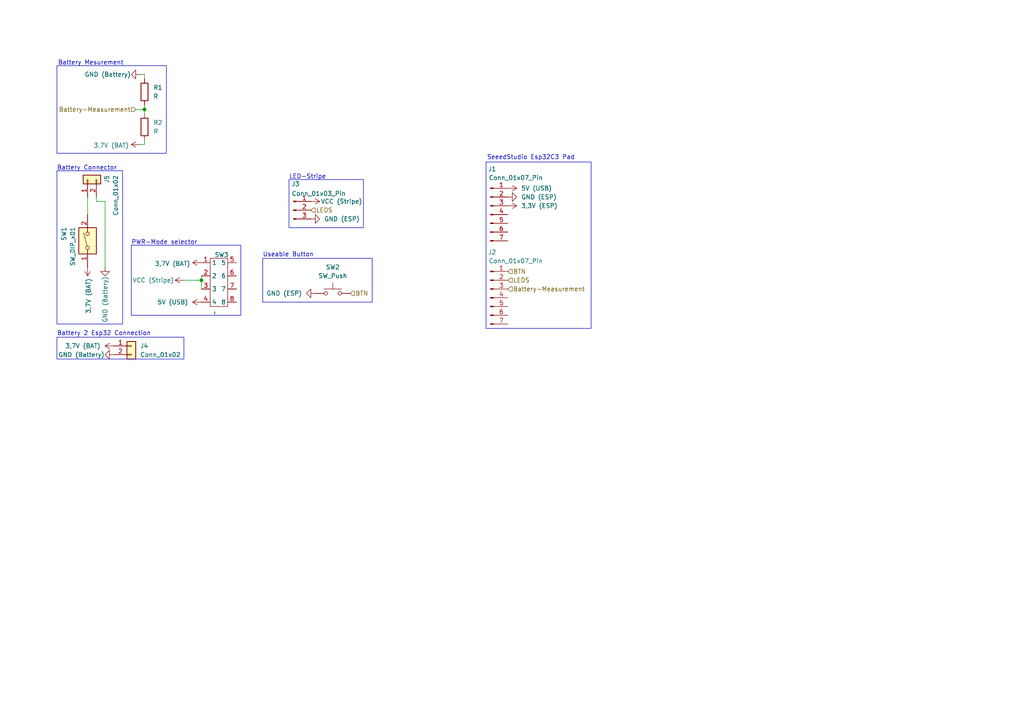
<source format=kicad_sch>
(kicad_sch (version 20231120) (generator "eeschema") (generator_version "8.0")
  (paper "A4")
  (lib_symbols
    (symbol "Connector:Conn_01x03_Pin" (pin_names (offset 1.016) hide)
      (property "Reference" "J" (at 0 5.08 0))
      (property "Value" "Conn_01x03_Pin" (at 0 -5.08 0))
      (symbol "Conn_01x03_Pin_1_1"
        (polyline (pts (xy 1.27 -2.54) (xy 0.8636 -2.54)) (stroke (width 0.1524)))
        (polyline (pts (xy 1.27 0) (xy 0.8636 0)) (stroke (width 0.1524)))
        (polyline (pts (xy 1.27 2.54) (xy 0.8636 2.54)) (stroke (width 0.1524)))
        (rectangle (start 0.8636 -2.413) (end 0 -2.667) (stroke (width 0.1524)) (fill (type outline)))
        (rectangle (start 0.8636 0.127) (end 0 -0.127) (stroke (width 0.1524)) (fill (type outline)))
        (rectangle (start 0.8636 2.667) (end 0 2.413) (stroke (width 0.1524)) (fill (type outline)))
        (pin passive line (at 5.08 2.54 180) (length 3.81) (name "Pin_1") (number "1"))
        (pin passive line (at 5.08 0 180) (length 3.81) (name "Pin_2") (number "2"))
        (pin passive line (at 5.08 -2.54 180) (length 3.81) (name "Pin_3") (number "3"))
      )
    )
    (symbol "Connector:Conn_01x07_Pin" (pin_names (offset 1.016) hide)
      (property "Reference" "J" (at 0 10.16 0))
      (property "Value" "Conn_01x07_Pin" (at 0 -10.16 0))
      (symbol "Conn_01x07_Pin_1_1"
        (polyline (pts (xy 1.27 -7.62) (xy 0.8636 -7.62)) (stroke (width 0.1524)))
        (polyline (pts (xy 1.27 -5.08) (xy 0.8636 -5.08)) (stroke (width 0.1524)))
        (polyline (pts (xy 1.27 -2.54) (xy 0.8636 -2.54)) (stroke (width 0.1524)))
        (polyline (pts (xy 1.27 0) (xy 0.8636 0)) (stroke (width 0.1524)))
        (polyline (pts (xy 1.27 2.54) (xy 0.8636 2.54)) (stroke (width 0.1524)))
        (polyline (pts (xy 1.27 5.08) (xy 0.8636 5.08)) (stroke (width 0.1524)))
        (polyline (pts (xy 1.27 7.62) (xy 0.8636 7.62)) (stroke (width 0.1524)))
        (rectangle (start 0.8636 -7.493) (end 0 -7.747) (stroke (width 0.1524)) (fill (type outline)))
        (rectangle (start 0.8636 -4.953) (end 0 -5.207) (stroke (width 0.1524)) (fill (type outline)))
        (rectangle (start 0.8636 -2.413) (end 0 -2.667) (stroke (width 0.1524)) (fill (type outline)))
        (rectangle (start 0.8636 0.127) (end 0 -0.127) (stroke (width 0.1524)) (fill (type outline)))
        (rectangle (start 0.8636 2.667) (end 0 2.413) (stroke (width 0.1524)) (fill (type outline)))
        (rectangle (start 0.8636 5.207) (end 0 4.953) (stroke (width 0.1524)) (fill (type outline)))
        (rectangle (start 0.8636 7.747) (end 0 7.493) (stroke (width 0.1524)) (fill (type outline)))
        (pin passive line (at 5.08 7.62 180) (length 3.81) (name "Pin_1") (number "1"))
        (pin passive line (at 5.08 5.08 180) (length 3.81) (name "Pin_2") (number "2"))
        (pin passive line (at 5.08 2.54 180) (length 3.81) (name "Pin_3") (number "3"))
        (pin passive line (at 5.08 0 180) (length 3.81) (name "Pin_4") (number "4"))
        (pin passive line (at 5.08 -2.54 180) (length 3.81) (name "Pin_5") (number "5"))
        (pin passive line (at 5.08 -5.08 180) (length 3.81) (name "Pin_6") (number "6"))
        (pin passive line (at 5.08 -7.62 180) (length 3.81) (name "Pin_7") (number "7"))
      )
    )
    (symbol "Connector_Generic:Conn_01x02" (pin_names (offset 1.016) hide)
      (property "Reference" "J" (at 0 2.54 0))
      (property "Value" "Conn_01x02" (at 0 -5.08 0))
      (symbol "Conn_01x02_1_1"
        (rectangle (start -1.27 -2.413) (end 0 -2.667) (stroke (width 0.1524)))
        (rectangle (start -1.27 0.127) (end 0 -0.127) (stroke (width 0.1524)))
        (rectangle (start -1.27 1.27) (end 1.27 -3.81) (stroke (width 0.254)) (fill (type background)))
        (pin passive line (at -5.08 0 0) (length 3.81) (name "Pin_1") (number "1"))
        (pin passive line (at -5.08 -2.54 0) (length 3.81) (name "Pin_2") (number "2"))
      )
    )
    (symbol "Device:R" (pin_numbers hide) (pin_names (offset 0))
      (property "Reference" "R" (at 2.032 0 90))
      (property "Value" "R" (at 0 0 90))
      (symbol "R_0_1"
        (rectangle (start -1.016 -2.54) (end 1.016 2.54) (stroke (width 0.254)))
      )
      (symbol "R_1_1"
        (pin passive line (at 0 3.81 270) (length 1.27) (name "~") (number "1"))
        (pin passive line (at 0 -3.81 90) (length 1.27) (name "~") (number "2"))
      )
    )
    (symbol "MSS-2336-DTE:MSS-2336-DTE"
      (property "Reference" "U" (at -0.508 -3.81 0))
      (symbol "MSS-2336-DTE_0_1"
        (rectangle (start -7.62 -1.27) (end 6.35 -6.35))
      )
      (symbol "MSS-2336-DTE_1_1"
        (pin input line (at -6.35 -8.89 90) (length 2.54) (name "1") (number "1"))
        (pin input line (at -2.54 -8.89 90) (length 2.54) (name "2") (number "2"))
        (pin input line (at 1.27 -8.89 90) (length 2.54) (name "3") (number "3"))
        (pin input line (at 5.08 -8.89 90) (length 2.54) (name "4") (number "4"))
        (pin input line (at -6.35 1.27 270) (length 2.54) (name "5") (number "5"))
        (pin input line (at -2.54 1.27 270) (length 2.54) (name "6") (number "6"))
        (pin input line (at 1.27 1.27 270) (length 2.54) (name "7") (number "7"))
        (pin input line (at 5.08 1.27 270) (length 2.54) (name "8") (number "8"))
      )
    )
    (symbol "Switch:SW_DIP_x01" (pin_names (offset 0) hide)
      (property "Reference" "SW" (at 0 3.81 0))
      (property "Value" "SW_DIP_x01" (at 0 -3.81 0))
      (symbol "SW_DIP_x01_0_0"
        (circle (center -2.032 0) (radius 0.508))
        (polyline (pts (xy -1.524 0.127) (xy 2.3622 1.1684)))
        (circle (center 2.032 0) (radius 0.508))
      )
      (symbol "SW_DIP_x01_0_1"
        (rectangle (start -3.81 2.54) (end 3.81 -2.54) (stroke (width 0.254)) (fill (type background)))
      )
      (symbol "SW_DIP_x01_1_1"
        (pin passive line (at -7.62 0 0) (length 5.08) (name "~") (number "1"))
        (pin passive line (at 7.62 0 180) (length 5.08) (name "~") (number "2"))
      )
    )
    (symbol "Switch:SW_Push" (pin_numbers hide) (pin_names (offset 1.016) hide)
      (property "Reference" "SW" (at 1.27 2.54 0))
      (property "Value" "SW_Push" (at 0 -1.524 0))
      (symbol "SW_Push_0_1"
        (circle (center -2.032 0) (radius 0.508))
        (polyline (pts (xy 0 1.27) (xy 0 3.048)))
        (polyline (pts (xy 2.54 1.27) (xy -2.54 1.27)))
        (circle (center 2.032 0) (radius 0.508))
        (pin passive line (at -5.08 0 0) (length 2.54) (name "1") (number "1"))
        (pin passive line (at 5.08 0 180) (length 2.54) (name "2") (number "2"))
      )
    )
    (symbol "power:GND" (power) (pin_numbers hide) (pin_names (offset 0) hide)
      (property "Value" "GND" (at 0 -3.81 0))
      (symbol "GND_0_1"
        (polyline (pts (xy 0 0) (xy 0 -1.27) (xy 1.27 -1.27) (xy 0 -2.54) (xy -1.27 -1.27) (xy 0 -1.27)))
      )
      (symbol "GND_1_1"
        (pin power_in line (at 0 0 270) (length 0) (name "~") (number "1"))
      )
    )
    (symbol "power:GND1" (power) (pin_numbers hide) (pin_names (offset 0) hide)
      (property "Value" "GND1" (at 0 -3.81 0))
      (symbol "GND1_0_1"
        (polyline (pts (xy 0 0) (xy 0 -1.27) (xy 1.27 -1.27) (xy 0 -2.54) (xy -1.27 -1.27) (xy 0 -1.27)))
      )
      (symbol "GND1_1_1"
        (pin power_in line (at 0 0 270) (length 0) (name "~") (number "1"))
      )
    )
    (symbol "power:VAA" (power) (pin_numbers hide) (pin_names (offset 0) hide)
      (property "Value" "VAA" (at 0 3.556 0))
      (symbol "VAA_0_1"
        (polyline (pts (xy -0.762 1.27) (xy 0 2.54)))
        (polyline (pts (xy 0 0) (xy 0 2.54)))
        (polyline (pts (xy 0 2.54) (xy 0.762 1.27)))
      )
      (symbol "VAA_1_1"
        (pin power_in line (at 0 0 90) (length 0) (name "~") (number "1"))
      )
    )
    (symbol "power:VCC" (power) (pin_numbers hide) (pin_names (offset 0) hide)
      (property "Value" "VCC" (at 0 3.556 0))
      (symbol "VCC_0_1"
        (polyline (pts (xy -0.762 1.27) (xy 0 2.54)))
        (polyline (pts (xy 0 0) (xy 0 2.54)))
        (polyline (pts (xy 0 2.54) (xy 0.762 1.27)))
      )
      (symbol "VCC_1_1"
        (pin power_in line (at 0 0 90) (length 0) (name "~") (number "1"))
      )
    )
    (symbol "power:VCCQ" (power) (pin_numbers hide) (pin_names (offset 0) hide)
      (property "Value" "VCCQ" (at 0 3.556 0))
      (symbol "VCCQ_0_1"
        (polyline (pts (xy -0.762 1.27) (xy 0 2.54)))
        (polyline (pts (xy 0 0) (xy 0 2.54)))
        (polyline (pts (xy 0 2.54) (xy 0.762 1.27)))
      )
      (symbol "VCCQ_1_1"
        (pin power_in line (at 0 0 90) (length 0) (name "~") (number "1"))
      )
    )
    (symbol "power:VD" (power) (pin_numbers hide) (pin_names (offset 0) hide)
      (property "Value" "VD" (at 0 3.556 0))
      (symbol "VD_0_1"
        (polyline (pts (xy -0.762 1.27) (xy 0 2.54)))
        (polyline (pts (xy 0 0) (xy 0 2.54)))
        (polyline (pts (xy 0 2.54) (xy 0.762 1.27)))
      )
      (symbol "VD_1_1"
        (pin power_in line (at 0 0 90) (length 0) (name "~") (number "1"))
      )
    )
  )
  (junction (at 58.42 81.28))
  (junction (at 41.91 31.75))
  (wire (pts (xy 25.4 62.23) (xy 25.4 57.15)))
  (wire (pts (xy 58.42 81.28) (xy 58.42 83.82)))
  (wire (pts (xy 41.91 21.59) (xy 41.91 22.86)))
  (wire (pts (xy 41.91 40.64) (xy 41.91 41.91)))
  (wire (pts (xy 30.48 77.47) (xy 30.48 58.42)))
  (wire (pts (xy 40.64 21.59) (xy 41.91 21.59)))
  (wire (pts (xy 30.48 58.42) (xy 27.94 58.42)))
  (wire (pts (xy 41.91 33.02) (xy 41.91 31.75)))
  (wire (pts (xy 39.37 31.75) (xy 41.91 31.75)))
  (wire (pts (xy 58.42 80.01) (xy 58.42 81.28)))
  (wire (pts (xy 27.94 58.42) (xy 27.94 57.15)))
  (wire (pts (xy 41.91 31.75) (xy 41.91 30.48)))
  (wire (pts (xy 41.91 41.91) (xy 40.64 41.91)))
  (wire (pts (xy 53.34 81.28) (xy 58.42 81.28)))
  (rectangle (start 140.97 46.99) (end 171.45 95.25))
  (rectangle (start 76.2 74.93) (end 107.95 87.63))
  (rectangle (start 16.51 49.53) (end 35.56 93.98))
  (rectangle (start 38.1 71.12) (end 69.85 91.44))
  (rectangle (start 83.82 52.07) (end 105.41 66.04))
  (rectangle (start 16.51 19.05) (end 48.26 44.45))
  (rectangle (start 16.51 97.79) (end 53.34 104.14))
  (text "Battery 2 Esp32 Connection" (at 16.51 97.536 0) (effects (font (size 1.27 1.27)) (justify left bottom)))
  (text "LED-Stripe" (at 83.82 52.07 0) (effects (font (size 1.27 1.27)) (justify left bottom)))
  (text "PWR-Mode selector" (at 38.1 71.12 0) (effects (font (size 1.27 1.27)) (justify left bottom)))
  (text "Battery Mesurement" (at 16.764 19.05 0) (effects (font (size 1.27 1.27)) (justify left bottom)))
  (text "Battery Connector" (at 16.51 49.53 0) (effects (font (size 1.27 1.27)) (justify left bottom)))
  (text "SeeedStudio Esp32C3 Pad" (at 141.224 46.482 0) (effects (font (size 1.27 1.27)) (justify left bottom)))
  (text "Useable Button" (at 76.2 74.676 0) (effects (font (size 1.27 1.27)) (justify left bottom)))
  (hierarchical_label "Battery-Measurement" (shape input) (at 147.32 83.82 0))
  (hierarchical_label "LEDS" (shape input) (at 90.17 60.96 0))
  (hierarchical_label "LEDS" (shape input) (at 147.32 81.28 0))
  (hierarchical_label "BTN" (shape input) (at 147.32 78.74 0))
  (hierarchical_label "Battery-Measurement" (shape input) (at 39.37 31.75 180))
  (hierarchical_label "BTN" (shape input) (at 101.6 85.09 0))
  (symbol (lib_id "power:VCCQ") (at 147.32 59.69 270) (unit 1)
    (property "Reference" "#PWR03" (effects (hide yes)))
    (property "Value" "3,3V (ESP)" (at 151.13 59.6899 90) (effects (justify left)))
    (property "Description" "Power symbol creates a global label with name \"VCCQ\"" (effects (hide yes)))
  )
  (symbol (lib_id "Connector_Generic:Conn_01x02") (at 38.1 100.33 0) (unit 1)
    (property "Reference" "J4" (at 40.64 100.3299 0) (effects (justify left)))
    (property "Value" "Conn_01x02" (at 40.64 102.8699 0) (effects (justify left)))
    (property "Footprint" "Library-SeeedStudio-Esp32C3-Battery-Pad-Surfacemount:Battery-Adapter" (effects (hide yes)))
    (property "Description" "Generic connector, single row, 01x02, script generated (kicad-library-utils/schlib/autogen/connector/)" (effects (hide yes)))
  )
  (symbol (lib_id "power:GND1") (at 33.02 102.87 270) (unit 1)
    (property "Reference" "#PWR012" (effects (hide yes)))
    (property "Value" "GND (Battery)" (at 23.622 102.87 90))
    (property "Description" "Power symbol creates a global label with name \"GND1\" , ground" (effects (hide yes)))
  )
  (symbol (lib_id "Connector:Conn_01x07_Pin") (at 142.24 86.36 0) (unit 1)
    (property "Reference" "J2" (at 142.748 73.152 0))
    (property "Value" "Conn_01x07_Pin" (at 149.606 75.692 0))
    (property "Footprint" "Connector_PinHeader_2.54mm:PinHeader_1x07_P2.54mm_Vertical" (effects (hide yes)))
    (property "Description" "Generic connector, single row, 01x07, script generated" (effects (hide yes)))
  )
  (symbol (lib_id "power:VAA") (at 58.42 87.63 90) (unit 1)
    (property "Reference" "#PWR07" (effects (hide yes)))
    (property "Value" "5V (USB)" (at 54.61 87.6299 90) (effects (justify left)))
    (property "Description" "Power symbol creates a global label with name \"VAA\"" (effects (hide yes)))
  )
  (symbol (lib_id "Connector:Conn_01x03_Pin") (at 85.09 60.96 0) (unit 1)
    (property "Reference" "J3" (at 85.725 53.34 0))
    (property "Value" "Conn_01x03_Pin" (at 92.456 56.134 0))
    (property "Footprint" "Connector_PinHeader_2.54mm:PinHeader_1x03_P2.54mm_Vertical" (effects (hide yes)))
    (property "Description" "Generic connector, single row, 01x03, script generated" (effects (hide yes)))
  )
  (symbol (lib_id "power:VCC") (at 58.42 76.2 90) (unit 1)
    (property "Reference" "#PWR06" (effects (hide yes)))
    (property "Value" "3,7V (BAT)" (at 50.038 76.454 90))
    (property "Description" "Power symbol creates a global label with name \"VCC\"" (effects (hide yes)))
  )
  (symbol (lib_id "power:VCC") (at 33.02 100.33 90) (unit 1)
    (property "Reference" "#PWR02" (effects (hide yes)))
    (property "Value" "3,7V (BAT)" (at 29.21 100.3299 90) (effects (justify left)))
    (property "Description" "Power symbol creates a global label with name \"VCC\"" (effects (hide yes)))
  )
  (symbol (lib_id "Connector:Conn_01x07_Pin") (at 142.24 62.23 0) (unit 1)
    (property "Reference" "J1" (at 142.748 49.022 0))
    (property "Value" "Conn_01x07_Pin" (at 149.606 51.562 0))
    (property "Footprint" "Connector_PinHeader_2.54mm:PinHeader_1x07_P2.54mm_Vertical" (effects (hide yes)))
    (property "Description" "Generic connector, single row, 01x07, script generated" (effects (hide yes)))
  )
  (symbol (lib_id "power:VD") (at 90.17 58.42 270) (unit 1)
    (property "Reference" "#PWR014" (effects (hide yes)))
    (property "Value" "VCC (Stripe)" (at 99.06 58.42 90))
    (property "Description" "Power symbol creates a global label with name \"VD\"" (effects (hide yes)))
  )
  (symbol (lib_id "power:GND") (at 147.32 57.15 90) (unit 1)
    (property "Reference" "#PWR09" (effects (hide yes)))
    (property "Value" "GND (ESP)" (at 151.13 57.1499 90) (effects (justify right)))
    (property "Description" "Power symbol creates a global label with name \"GND\" , ground" (effects (hide yes)))
  )
  (symbol (lib_id "power:GND1") (at 30.48 77.47 0) (unit 1)
    (property "Reference" "#PWR011" (effects (hide yes)))
    (property "Value" "GND (Battery)" (at 30.48 86.868 90))
    (property "Description" "Power symbol creates a global label with name \"GND1\" , ground" (effects (hide yes)))
  )
  (symbol (lib_id "power:GND") (at 90.17 63.5 90) (unit 1)
    (property "Reference" "#PWR01" (effects (hide yes)))
    (property "Value" "GND (ESP)" (at 93.98 63.4999 90) (effects (justify right)))
    (property "Description" "Power symbol creates a global label with name \"GND\" , ground" (effects (hide yes)))
  )
  (symbol (lib_id "Connector_Generic:Conn_01x02") (at 25.4 52.07 90) (unit 1)
    (property "Reference" "J5" (at 30.988 50.8 0) (effects (justify right)))
    (property "Value" "Conn_01x02" (at 33.528 50.8 0) (effects (justify right)))
    (property "Footprint" "Connector_JST:JST_EH_B2B-EH-A_1x02_P2.50mm_Vertical" (effects (hide yes)))
    (property "Description" "Generic connector, single row, 01x02, script generated (kicad-library-utils/schlib/autogen/connector/)" (effects (hide yes)))
  )
  (symbol (lib_id "Switch:SW_Push") (at 96.52 85.09 0) (unit 1)
    (property "Reference" "SW2" (at 96.52 77.47 0))
    (property "Value" "SW_Push" (at 96.52 80.01 0))
    (property "Footprint" "Button_Switch_THT:SW_PUSH_1P1T_6x3.5mm_H5.0_APEM_MJTP1250" (effects (hide yes)))
    (property "Description" "Push button switch, generic, two pins" (effects (hide yes)))
  )
  (symbol (lib_id "power:VAA") (at 147.32 54.61 270) (unit 1)
    (property "Reference" "#PWR04" (effects (hide yes)))
    (property "Value" "5V (USB)" (at 151.13 54.6099 90) (effects (justify left)))
    (property "Description" "Power symbol creates a global label with name \"VAA\"" (effects (hide yes)))
  )
  (symbol (lib_id "power:VCC") (at 25.4 77.47 180) (unit 1)
    (property "Reference" "#PWR05" (effects (hide yes)))
    (property "Value" "3,7V (BAT)" (at 25.654 85.852 90))
    (property "Description" "Power symbol creates a global label with name \"VCC\"" (effects (hide yes)))
  )
  (symbol (lib_id "Device:R") (at 41.91 26.67 0) (unit 1)
    (property "Reference" "R1" (at 44.45 25.3999 0) (effects (justify left)))
    (property "Value" "R" (at 44.45 27.9399 0) (effects (justify left)))
    (property "Footprint" "Resistor_THT:R_Axial_DIN0204_L3.6mm_D1.6mm_P5.08mm_Horizontal" (effects (hide yes)))
    (property "Description" "Resistor" (effects (hide yes)))
  )
  (symbol (lib_id "Device:R") (at 41.91 36.83 0) (unit 1)
    (property "Reference" "R2" (at 44.45 35.5599 0) (effects (justify left)))
    (property "Value" "R" (at 44.45 38.0999 0) (effects (justify left)))
    (property "Footprint" "Resistor_THT:R_Axial_DIN0204_L3.6mm_D1.6mm_P5.08mm_Horizontal" (effects (hide yes)))
    (property "Description" "Resistor" (effects (hide yes)))
  )
  (symbol (lib_id "power:VD") (at 53.34 81.28 90) (unit 1)
    (property "Reference" "#PWR015" (effects (hide yes)))
    (property "Value" "VCC (Stripe)" (at 44.45 81.28 90))
    (property "Description" "Power symbol creates a global label with name \"VD\"" (effects (hide yes)))
  )
  (symbol (lib_id "power:GND") (at 91.44 85.09 270) (unit 1)
    (property "Reference" "#PWR010" (effects (hide yes)))
    (property "Value" "GND (ESP)" (at 87.63 85.0899 90) (effects (justify right)))
    (property "Description" "Power symbol creates a global label with name \"GND\" , ground" (effects (hide yes)))
  )
  (symbol (lib_id "MSS-2336-DTE:MSS-2336-DTE") (at 67.31 82.55 270) (unit 1)
    (property "Reference" "SW3" (at 62.23 73.914 90) (effects (justify left)))
    (property "Value" "~" (at 62.23 90.17 0) (effects (justify left)))
    (property "Footprint" "Library-MSS-2336-DTE:MSS-2336" (effects (hide yes)))
    (property "Datasheet" "https://www.tme.eu/Document/5b04146cec02465bb2e5d103fa9d741b/MSS-2336-DTE.pdf" (effects (hide yes)))
  )
  (symbol (lib_id "Switch:SW_DIP_x01") (at 25.4 69.85 90) (unit 1)
    (property "Reference" "SW1" (at 18.542 65.786 0) (effects (justify right)))
    (property "Value" "SW_DIP_x01" (at 21.082 65.786 0) (effects (justify right)))
    (property "Footprint" "Button_Switch_THT:SW_DIP_SPSTx01_Slide_9.78x4.72mm_W7.62mm_P2.54mm" (effects (hide yes)))
    (property "Description" "1x DIP Switch, Single Pole Single Throw (SPST) switch, small symbol" (effects (hide yes)))
  )
  (symbol (lib_id "power:GND1") (at 40.64 21.59 270) (unit 1)
    (property "Reference" "#PWR013" (effects (hide yes)))
    (property "Value" "GND (Battery)" (at 31.242 21.59 90))
    (property "Description" "Power symbol creates a global label with name \"GND1\" , ground" (effects (hide yes)))
  )
  (symbol (lib_id "power:VCC") (at 40.64 41.91 90) (unit 1)
    (property "Reference" "#PWR08" (effects (hide yes)))
    (property "Value" "3,7V (BAT)" (at 32.258 42.164 90))
    (property "Description" "Power symbol creates a global label with name \"VCC\"" (effects (hide yes)))
  )
)
</source>
